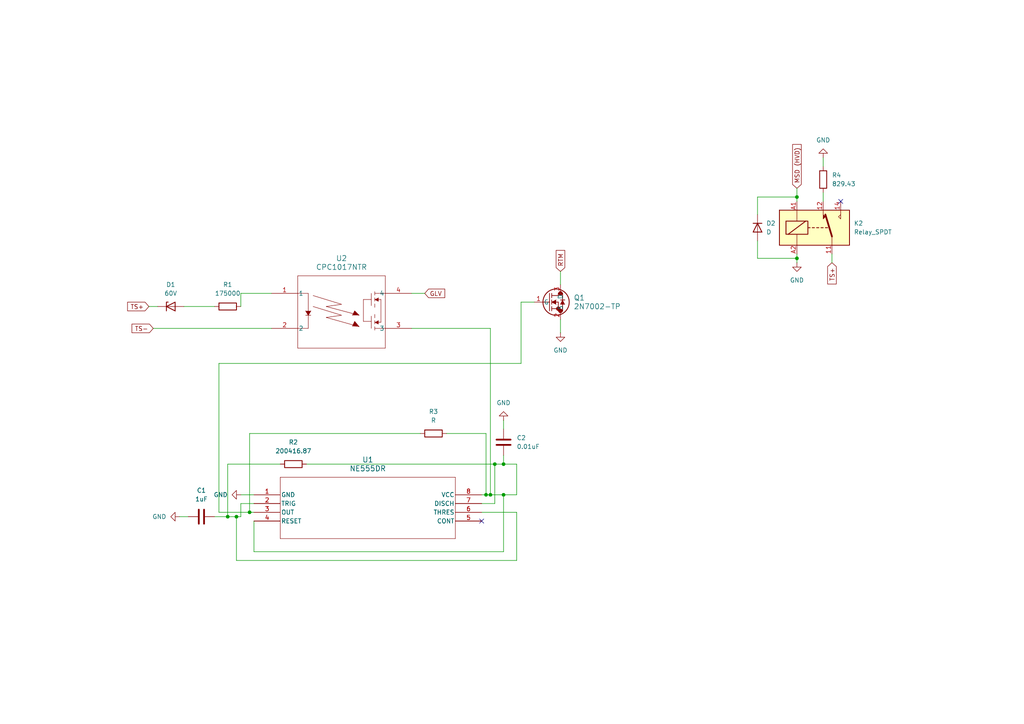
<source format=kicad_sch>
(kicad_sch (version 20231120) (generator "eeschema") (generator_version "8.0")
  (paper "A4")
  (lib_symbols
    (symbol "Device:C" (pin_numbers hide) (pin_names (offset 0.254))
      (property "Reference" "C" (at 0.635 2.54 0))
      (property "Value" "C" (at 0.635 -2.54 0))
      (symbol "C_0_1"
        (polyline (pts (xy -2.032 -0.762) (xy 2.032 -0.762)) (stroke (width 0.508)))
        (polyline (pts (xy -2.032 0.762) (xy 2.032 0.762)) (stroke (width 0.508)))
      )
      (symbol "C_1_1"
        (pin passive line (at 0 3.81 270) (length 2.794) (name "~") (number "1"))
        (pin passive line (at 0 -3.81 90) (length 2.794) (name "~") (number "2"))
      )
    )
    (symbol "Device:D" (pin_numbers hide) (pin_names (offset 1.016) hide)
      (property "Reference" "D" (at 0 2.54 0))
      (property "Value" "D" (at 0 -2.54 0))
      (symbol "D_0_1"
        (polyline (pts (xy -1.27 1.27) (xy -1.27 -1.27)) (stroke (width 0.254)))
        (polyline (pts (xy 1.27 0) (xy -1.27 0)))
        (polyline (pts (xy 1.27 1.27) (xy 1.27 -1.27) (xy -1.27 0) (xy 1.27 1.27)) (stroke (width 0.254)))
      )
      (symbol "D_1_1"
        (pin passive line (at -3.81 0 0) (length 2.54) (name "K") (number "1"))
        (pin passive line (at 3.81 0 180) (length 2.54) (name "A") (number "2"))
      )
    )
    (symbol "Device:D_Zener" (pin_numbers hide) (pin_names (offset 1.016) hide)
      (property "Reference" "D" (at 0 2.54 0))
      (property "Value" "D_Zener" (at 0 -2.54 0))
      (symbol "D_Zener_0_1"
        (polyline (pts (xy 1.27 0) (xy -1.27 0)))
        (polyline (pts (xy -1.27 -1.27) (xy -1.27 1.27) (xy -0.762 1.27)) (stroke (width 0.254)))
        (polyline (pts (xy 1.27 -1.27) (xy 1.27 1.27) (xy -1.27 0) (xy 1.27 -1.27)) (stroke (width 0.254)))
      )
      (symbol "D_Zener_1_1"
        (pin passive line (at -3.81 0 0) (length 2.54) (name "K") (number "1"))
        (pin passive line (at 3.81 0 180) (length 2.54) (name "A") (number "2"))
      )
    )
    (symbol "Device:R" (pin_numbers hide) (pin_names (offset 0))
      (property "Reference" "R" (at 2.032 0 90))
      (property "Value" "R" (at 0 0 90))
      (symbol "R_0_1"
        (rectangle (start -1.016 -2.54) (end 1.016 2.54) (stroke (width 0.254)))
      )
      (symbol "R_1_1"
        (pin passive line (at 0 3.81 270) (length 1.27) (name "~") (number "1"))
        (pin passive line (at 0 -3.81 90) (length 1.27) (name "~") (number "2"))
      )
    )
    (symbol "GND_1" (power) (pin_numbers hide) (pin_names (offset 0) hide)
      (property "Value" "GND" (at 0 -3.81 0))
      (symbol "GND_1_0_1"
        (polyline (pts (xy 0 0) (xy 0 -1.27) (xy 1.27 -1.27) (xy 0 -2.54) (xy -1.27 -1.27) (xy 0 -1.27)))
      )
      (symbol "GND_1_1_1"
        (pin power_in line (at 0 0 270) (length 0) (name "~") (number "1"))
      )
    )
    (symbol "GND_2" (power) (pin_numbers hide) (pin_names (offset 0) hide)
      (property "Value" "GND" (at 0 -3.81 0))
      (symbol "GND_2_0_1"
        (polyline (pts (xy 0 0) (xy 0 -1.27) (xy 1.27 -1.27) (xy 0 -2.54) (xy -1.27 -1.27) (xy 0 -1.27)))
      )
      (symbol "GND_2_1_1"
        (pin power_in line (at 0 0 270) (length 0) (name "~") (number "1"))
      )
    )
    (symbol "GND_3" (power) (pin_numbers hide) (pin_names (offset 0) hide)
      (property "Value" "GND" (at 0 -3.81 0))
      (symbol "GND_3_0_1"
        (polyline (pts (xy 0 0) (xy 0 -1.27) (xy 1.27 -1.27) (xy 0 -2.54) (xy -1.27 -1.27) (xy 0 -1.27)))
      )
      (symbol "GND_3_1_1"
        (pin power_in line (at 0 0 270) (length 0) (name "~") (number "1"))
      )
    )
    (symbol "GND_4" (power) (pin_numbers hide) (pin_names (offset 0) hide)
      (property "Value" "GND" (at 0 -3.81 0))
      (symbol "GND_4_0_1"
        (polyline (pts (xy 0 0) (xy 0 -1.27) (xy 1.27 -1.27) (xy 0 -2.54) (xy -1.27 -1.27) (xy 0 -1.27)))
      )
      (symbol "GND_4_1_1"
        (pin power_in line (at 0 0 270) (length 0) (name "~") (number "1"))
      )
    )
    (symbol "GND_6" (power) (pin_numbers hide) (pin_names (offset 0) hide)
      (property "Value" "GND" (at 0 -3.81 0))
      (symbol "GND_6_0_1"
        (polyline (pts (xy 0 0) (xy 0 -1.27) (xy 1.27 -1.27) (xy 0 -2.54) (xy -1.27 -1.27) (xy 0 -1.27)))
      )
      (symbol "GND_6_1_1"
        (pin power_in line (at 0 0 270) (length 0) (name "~") (number "1"))
      )
    )
    (symbol "GND_7" (power) (pin_numbers hide) (pin_names (offset 0) hide)
      (property "Value" "GND" (at 0 -3.81 0))
      (symbol "GND_7_0_1"
        (polyline (pts (xy 0 0) (xy 0 -1.27) (xy 1.27 -1.27) (xy 0 -2.54) (xy -1.27 -1.27) (xy 0 -1.27)))
      )
      (symbol "GND_7_1_1"
        (pin power_in line (at 0 0 270) (length 0) (name "~") (number "1"))
      )
    )
    (symbol "New_Library:CPC1017NTR" (pin_names (offset 0.254))
      (property "Reference" "U" (at 20.32 10.16 0))
      (property "Value" "CPC1017NTR" (at 20.32 7.62 0))
      (symbol "CPC1017NTR_0_1"
        (polyline (pts (xy 7.62 -15.875) (xy 33.02 -15.875)) (stroke (width 0.127)))
        (polyline (pts (xy 7.62 -10.16) (xy 10.668 -10.16)) (stroke (width 0.127)))
        (polyline (pts (xy 7.62 0) (xy 10.668 0)) (stroke (width 0.127)))
        (polyline (pts (xy 7.62 5.08) (xy 7.62 -15.875)) (stroke (width 0.127)))
        (polyline (pts (xy 9.906 -6.35) (xy 11.43 -6.35)) (stroke (width 0.127)))
        (polyline (pts (xy 10.668 0) (xy 10.668 -10.16)) (stroke (width 0.127)))
        (polyline (pts (xy 12.065 -3.81) (xy 20.32 -6.35)) (stroke (width 0.127)))
        (polyline (pts (xy 12.065 -0.635) (xy 20.32 -3.175)) (stroke (width 0.127)))
        (polyline (pts (xy 15.875 -6.985) (xy 25.4 -9.652)) (stroke (width 0.127)))
        (polyline (pts (xy 15.875 -3.81) (xy 25.4 -6.35)) (stroke (width 0.127)))
        (polyline (pts (xy 20.32 -6.35) (xy 15.875 -6.985)) (stroke (width 0.127)))
        (polyline (pts (xy 20.32 -3.175) (xy 15.875 -3.81)) (stroke (width 0.127)))
        (polyline (pts (xy 26.67 -8.128) (xy 28.956 -8.128)) (stroke (width 0.127)))
        (polyline (pts (xy 26.67 -1.778) (xy 26.67 -8.128)) (stroke (width 0.127)))
        (polyline (pts (xy 28.956 -6.604) (xy 28.956 -10.16)) (stroke (width 0.127)))
        (polyline (pts (xy 28.956 -1.778) (xy 26.67 -1.778)) (stroke (width 0.127)))
        (polyline (pts (xy 28.956 0) (xy 28.956 -3.556)) (stroke (width 0.127)))
        (polyline (pts (xy 29.972 -10.16) (xy 33.02 -10.16)) (stroke (width 0.127)))
        (polyline (pts (xy 29.972 -9.652) (xy 29.972 -10.668)) (stroke (width 0.127)))
        (polyline (pts (xy 29.972 -7.874) (xy 29.972 -8.89)) (stroke (width 0.127)))
        (polyline (pts (xy 29.972 -7.112) (xy 29.972 -6.096)) (stroke (width 0.127)))
        (polyline (pts (xy 29.972 -3.048) (xy 29.972 -4.064)) (stroke (width 0.127)))
        (polyline (pts (xy 29.972 -1.778) (xy 31.75 -1.778)) (stroke (width 0.127)))
        (polyline (pts (xy 29.972 -1.27) (xy 29.972 -2.286)) (stroke (width 0.127)))
        (polyline (pts (xy 29.972 0) (xy 33.02 0)) (stroke (width 0.127)))
        (polyline (pts (xy 29.972 0.508) (xy 29.972 -0.508)) (stroke (width 0.127)))
        (polyline (pts (xy 31.75 -8.382) (xy 29.972 -8.382)) (stroke (width 0.127)))
        (polyline (pts (xy 31.75 -1.778) (xy 31.75 -8.382)) (stroke (width 0.127)))
        (polyline (pts (xy 33.02 -15.875) (xy 33.02 5.08)) (stroke (width 0.127)))
        (polyline (pts (xy 33.02 5.08) (xy 7.62 5.08)) (stroke (width 0.127)))
        (polyline (pts (xy 9.906 -5.08) (xy 10.668 -6.35) (xy 11.43 -5.08)) (fill (type outline)))
        (polyline (pts (xy 25.4 -9.652) (xy 24.13 -8.128) (xy 23.495 -9.525)) (fill (type outline)))
        (polyline (pts (xy 25.4 -6.35) (xy 24.13 -5.08) (xy 23.495 -6.35)) (fill (type outline)))
        (polyline (pts (xy 29.972 -8.382) (xy 30.988 -8.89) (xy 30.988 -7.874)) (fill (type outline)))
        (polyline (pts (xy 29.972 -1.778) (xy 30.988 -2.286) (xy 30.988 -1.27)) (fill (type outline)))
        (pin unspecified line (at 0 0 0) (length 7.62) (name "1") (number "1"))
        (pin unspecified line (at 0 -10.16 0) (length 7.62) (name "2") (number "2"))
        (pin unspecified line (at 40.64 -10.16 180) (length 7.62) (name "3") (number "3"))
        (pin unspecified line (at 40.64 0 180) (length 7.62) (name "4") (number "4"))
      )
    )
    (symbol "New_Library:NE555DR" (pin_names (offset 0.254))
      (property "Reference" "U" (at 33.02 10.16 0))
      (property "Value" "NE555DR" (at 33.02 7.62 0))
      (symbol "NE555DR_0_1"
        (polyline (pts (xy 7.62 -12.7) (xy 58.42 -12.7)) (stroke (width 0.127)))
        (polyline (pts (xy 7.62 5.08) (xy 7.62 -12.7)) (stroke (width 0.127)))
        (polyline (pts (xy 58.42 -12.7) (xy 58.42 5.08)) (stroke (width 0.127)))
        (polyline (pts (xy 58.42 5.08) (xy 7.62 5.08)) (stroke (width 0.127)))
        (pin power_in line (at 0 0 0) (length 7.62) (name "GND") (number "1"))
        (pin input line (at 0 -2.54 0) (length 7.62) (name "TRIG") (number "2"))
        (pin output line (at 0 -5.08 0) (length 7.62) (name "OUT") (number "3"))
        (pin input line (at 0 -7.62 0) (length 7.62) (name "RESET") (number "4"))
        (pin unspecified line (at 66.04 -7.62 180) (length 7.62) (name "CONT") (number "5"))
        (pin input line (at 66.04 -5.08 180) (length 7.62) (name "THRES") (number "6"))
        (pin unspecified line (at 66.04 -2.54 180) (length 7.62) (name "DISCH") (number "7"))
        (pin power_in line (at 66.04 0 180) (length 7.62) (name "VCC") (number "8"))
      )
    )
    (symbol "New_Library_2:2N7002-TP" (pin_names (offset 0.254))
      (property "Reference" "Q" (at 11.43 1.905 0))
      (property "Value" "2N7002-TP" (at 11.43 -2.54 0))
      (symbol "2N7002-TP_0_1"
        (polyline (pts (xy 2.54 0) (xy 4.445 0)) (stroke (width 0.2032)))
        (polyline (pts (xy 4.445 -2.54) (xy 4.445 2.54)) (stroke (width 0.2032)))
        (polyline (pts (xy 5.08 -2.54) (xy 5.08 -1.27)) (stroke (width 0.2032)))
        (polyline (pts (xy 5.08 -1.905) (xy 6.985 -1.905)) (stroke (width 0.2032)))
        (polyline (pts (xy 5.08 -0.635) (xy 5.08 0.635)) (stroke (width 0.2032)))
        (polyline (pts (xy 5.08 1.27) (xy 5.08 2.54)) (stroke (width 0.2032)))
        (polyline (pts (xy 5.08 1.905) (xy 6.985 1.905)) (stroke (width 0.2032)))
        (polyline (pts (xy 6.35 0) (xy 6.985 0)) (stroke (width 0.2032)))
        (polyline (pts (xy 6.985 -2.54) (xy 6.985 0)) (stroke (width 0.2032)))
        (polyline (pts (xy 6.985 -2.54) (xy 8.255 -2.54)) (stroke (width 0.2032)))
        (polyline (pts (xy 6.985 1.905) (xy 6.985 2.54)) (stroke (width 0.2032)))
        (polyline (pts (xy 6.985 2.54) (xy 8.255 2.54)) (stroke (width 0.2032)))
        (polyline (pts (xy 8.255 -2.54) (xy 8.255 -0.635)) (stroke (width 0.2032)))
        (polyline (pts (xy 8.255 0.635) (xy 8.255 2.54)) (stroke (width 0.2032)))
        (polyline (pts (xy 8.89 0.635) (xy 7.62 0.635)) (stroke (width 0.2032)))
        (polyline (pts (xy 6.35 0.635) (xy 5.08 0) (xy 6.35 -0.635)) (fill (type outline)))
        (polyline (pts (xy 8.89 -0.635) (xy 7.62 -0.635) (xy 8.255 0.635)) (fill (type outline)))
        (circle (center 6.35 0) (radius 3.81) (stroke (width 0.254)))
        (circle (center 6.985 -1.905) (radius 0.127) (stroke (width 0.508)))
        (circle (center 7.62 -2.54) (radius 0.127) (stroke (width 0.508)))
        (circle (center 7.62 2.54) (radius 0.127) (stroke (width 0.508)))
        (pin unspecified line (at 0 0 0) (length 2.54) (name "G") (number "1"))
        (pin unspecified line (at 7.62 -5.08 90) (length 2.54) (name "S") (number "2"))
        (pin unspecified line (at 7.62 5.08 270) (length 2.54) (name "D") (number "3"))
      )
    )
    (symbol "Relay:Relay_SPDT"
      (property "Reference" "K" (at 11.43 3.81 0))
      (property "Value" "Relay_SPDT" (at 11.43 1.27 0))
      (symbol "Relay_SPDT_0_0"
        (polyline (pts (xy 7.62 5.08) (xy 7.62 2.54) (xy 6.985 3.175) (xy 7.62 3.81)))
      )
      (symbol "Relay_SPDT_0_1"
        (rectangle (start -10.16 5.08) (end 10.16 -5.08) (stroke (width 0.254)) (fill (type background)))
        (rectangle (start -8.255 1.905) (end -1.905 -1.905) (stroke (width 0.254)))
        (polyline (pts (xy -7.62 -1.905) (xy -2.54 1.905)) (stroke (width 0.254)))
        (polyline (pts (xy -5.08 -5.08) (xy -5.08 -1.905)))
        (polyline (pts (xy -5.08 5.08) (xy -5.08 1.905)))
        (polyline (pts (xy -1.905 0) (xy -1.27 0)) (stroke (width 0.254)))
        (polyline (pts (xy -0.635 0) (xy 0 0)) (stroke (width 0.254)))
        (polyline (pts (xy 0.635 0) (xy 1.27 0)) (stroke (width 0.254)))
        (polyline (pts (xy 1.905 0) (xy 2.54 0)) (stroke (width 0.254)))
        (polyline (pts (xy 3.175 0) (xy 3.81 0)) (stroke (width 0.254)))
        (polyline (pts (xy 5.08 -2.54) (xy 3.175 3.81)) (stroke (width 0.508)))
        (polyline (pts (xy 5.08 -2.54) (xy 5.08 -5.08)))
        (polyline (pts (xy 2.54 5.08) (xy 2.54 2.54) (xy 3.175 3.175) (xy 2.54 3.81)) (fill (type outline)))
      )
      (symbol "Relay_SPDT_1_1"
        (pin passive line (at 5.08 -7.62 90) (length 2.54) (name "~") (number "11"))
        (pin passive line (at 2.54 7.62 270) (length 2.54) (name "~") (number "12"))
        (pin passive line (at 7.62 7.62 270) (length 2.54) (name "~") (number "14"))
        (pin passive line (at -5.08 7.62 270) (length 2.54) (name "~") (number "A1"))
        (pin passive line (at -5.08 -7.62 90) (length 2.54) (name "~") (number "A2"))
      )
    )
  )
  (junction (at 68.58 149.86))
  (junction (at 146.05 143.51))
  (junction (at 66.04 149.86))
  (junction (at 142.24 143.51))
  (junction (at 140.97 143.51))
  (junction (at 72.39 148.59))
  (junction (at 231.14 57.15))
  (junction (at 146.05 134.62))
  (junction (at 231.14 74.93))
  (junction (at 143.51 134.62))
  (no_connect (at 139.7 151.13))
  (no_connect (at 243.84 58.42))
  (wire (pts (xy 119.38 95.25) (xy 142.24 95.25)))
  (wire (pts (xy 81.28 134.62) (xy 66.04 134.62)))
  (wire (pts (xy 63.5 148.59) (xy 63.5 105.41)))
  (wire (pts (xy 73.66 160.02) (xy 146.05 160.02)))
  (wire (pts (xy 72.39 148.59) (xy 72.39 125.73)))
  (wire (pts (xy 52.07 149.86) (xy 54.61 149.86)))
  (wire (pts (xy 146.05 132.08) (xy 146.05 134.62)))
  (wire (pts (xy 149.86 148.59) (xy 149.86 162.56)))
  (wire (pts (xy 140.97 143.51) (xy 142.24 143.51)))
  (wire (pts (xy 140.97 125.73) (xy 140.97 143.51)))
  (wire (pts (xy 219.71 57.15) (xy 231.14 57.15)))
  (wire (pts (xy 62.23 149.86) (xy 66.04 149.86)))
  (wire (pts (xy 231.14 54.61) (xy 231.14 57.15)))
  (wire (pts (xy 219.71 69.85) (xy 219.71 74.93)))
  (wire (pts (xy 69.85 85.09) (xy 78.74 85.09)))
  (wire (pts (xy 43.18 88.9) (xy 45.72 88.9)))
  (wire (pts (xy 68.58 162.56) (xy 68.58 149.86)))
  (wire (pts (xy 72.39 148.59) (xy 63.5 148.59)))
  (wire (pts (xy 139.7 148.59) (xy 149.86 148.59)))
  (wire (pts (xy 143.51 134.62) (xy 143.51 146.05)))
  (wire (pts (xy 72.39 125.73) (xy 121.92 125.73)))
  (wire (pts (xy 69.85 149.86) (xy 69.85 146.05)))
  (wire (pts (xy 231.14 57.15) (xy 231.14 58.42)))
  (wire (pts (xy 219.71 62.23) (xy 219.71 57.15)))
  (wire (pts (xy 149.86 143.51) (xy 146.05 143.51)))
  (wire (pts (xy 231.14 74.93) (xy 231.14 76.2)))
  (wire (pts (xy 53.34 88.9) (xy 62.23 88.9)))
  (wire (pts (xy 143.51 146.05) (xy 139.7 146.05)))
  (wire (pts (xy 219.71 74.93) (xy 231.14 74.93)))
  (wire (pts (xy 231.14 73.66) (xy 231.14 74.93)))
  (wire (pts (xy 139.7 143.51) (xy 140.97 143.51)))
  (wire (pts (xy 69.85 143.51) (xy 73.66 143.51)))
  (wire (pts (xy 63.5 105.41) (xy 151.13 105.41)))
  (wire (pts (xy 238.76 45.72) (xy 238.76 48.26)))
  (wire (pts (xy 238.76 55.88) (xy 238.76 58.42)))
  (wire (pts (xy 66.04 134.62) (xy 66.04 149.86)))
  (wire (pts (xy 129.54 125.73) (xy 140.97 125.73)))
  (wire (pts (xy 69.85 88.9) (xy 69.85 85.09)))
  (wire (pts (xy 241.3 73.66) (xy 241.3 76.2)))
  (wire (pts (xy 44.45 95.25) (xy 78.74 95.25)))
  (wire (pts (xy 68.58 149.86) (xy 69.85 149.86)))
  (wire (pts (xy 88.9 134.62) (xy 143.51 134.62)))
  (wire (pts (xy 162.56 92.71) (xy 162.56 96.52)))
  (wire (pts (xy 151.13 87.63) (xy 154.94 87.63)))
  (wire (pts (xy 143.51 134.62) (xy 146.05 134.62)))
  (wire (pts (xy 146.05 134.62) (xy 149.86 134.62)))
  (wire (pts (xy 151.13 105.41) (xy 151.13 87.63)))
  (wire (pts (xy 142.24 95.25) (xy 142.24 143.51)))
  (wire (pts (xy 142.24 143.51) (xy 146.05 143.51)))
  (wire (pts (xy 149.86 134.62) (xy 149.86 143.51)))
  (wire (pts (xy 69.85 146.05) (xy 73.66 146.05)))
  (wire (pts (xy 119.38 85.09) (xy 123.19 85.09)))
  (wire (pts (xy 149.86 162.56) (xy 68.58 162.56)))
  (wire (pts (xy 66.04 149.86) (xy 68.58 149.86)))
  (wire (pts (xy 73.66 151.13) (xy 73.66 160.02)))
  (wire (pts (xy 162.56 78.74) (xy 162.56 82.55)))
  (wire (pts (xy 146.05 121.92) (xy 146.05 124.46)))
  (wire (pts (xy 146.05 160.02) (xy 146.05 143.51)))
  (wire (pts (xy 73.66 148.59) (xy 72.39 148.59)))
  (global_label "RTM" (shape input) (at 162.56 78.74 90) (property "Intersheetrefs" "${INTERSHEET_REFS}" (effects (hide yes))))
  (global_label "TS+" (shape input) (at 43.18 88.9 180) (property "Intersheetrefs" "${INTERSHEET_REFS}" (effects (hide yes))))
  (global_label "GLV" (shape input) (at 123.19 85.09 0) (property "Intersheetrefs" "${INTERSHEET_REFS}" (effects (hide yes))))
  (global_label "TS+" (shape input) (at 241.3 76.2 270) (property "Intersheetrefs" "${INTERSHEET_REFS}" (effects (hide yes))))
  (global_label "MSD (HVD)" (shape input) (at 231.14 54.61 90) (property "Intersheetrefs" "${INTERSHEET_REFS}" (effects (hide yes))))
  (global_label "TS-" (shape input) (at 44.45 95.25 180) (property "Intersheetrefs" "${INTERSHEET_REFS}" (effects (hide yes))))
  (symbol (lib_id "Device:R") (at 66.04 88.9 90) (unit 1)
    (property "Reference" "R1" (at 66.04 82.55 90))
    (property "Value" "175000" (at 66.04 85.09 90))
  )
  (symbol (lib_name "GND_7") (lib_id "power:GND") (at 238.76 45.72 180) (unit 1)
    (property "Reference" "#PWR09" (effects (hide yes)))
    (property "Value" "GND" (at 238.76 40.64 0))
    (property "Description" "Power symbol creates a global label with name \"GND\" , ground" (effects (hide yes)))
  )
  (symbol (lib_id "Device:D") (at 219.71 66.04 270) (unit 1)
    (property "Reference" "D2" (at 222.25 64.7699 90) (effects (justify left)))
    (property "Value" "D" (at 222.25 67.3099 90) (effects (justify left)))
    (property "Footprint" "Diode_SMD:D_2010_5025Metric" (effects (hide yes)))
    (property "Description" "Diode" (effects (hide yes)))
    (property "Sim.Device" "D" (effects (hide yes)))
    (property "Sim.Pins" "1=K 2=A" (effects (hide yes)))
  )
  (symbol (lib_name "GND_1") (lib_id "power:GND") (at 69.85 143.51 270) (unit 1)
    (property "Reference" "#PWR02" (effects (hide yes)))
    (property "Value" "GND" (at 66.04 143.5099 90) (effects (justify right)))
    (property "Description" "Power symbol creates a global label with name \"GND\" , ground" (effects (hide yes)))
  )
  (symbol (lib_id "Device:C") (at 58.42 149.86 90) (unit 1)
    (property "Reference" "C1" (at 58.42 142.24 90))
    (property "Value" "1uF" (at 58.42 144.78 90))
    (property "Description" "Unpolarized capacitor" (effects (hide yes)))
  )
  (symbol (lib_id "New_Library_2:2N7002-TP") (at 154.94 87.63 0) (unit 1)
    (property "Reference" "Q1" (at 166.37 86.3599 0) (effects (font (size 1.524 1.524)) (justify left)))
    (property "Value" "2N7002-TP" (at 166.37 88.8999 0) (effects (font (size 1.524 1.524)) (justify left)))
    (property "Datasheet" "2N7002-TP" (effects (hide yes)))
  )
  (symbol (lib_id "New_Library:CPC1017NTR") (at 78.74 85.09 0) (unit 1)
    (property "Reference" "U2" (at 99.06 74.93 0) (effects (font (size 1.524 1.524))))
    (property "Value" "CPC1017NTR" (at 99.06 77.47 0) (effects (font (size 1.524 1.524))))
    (property "Footprint" "CPC1008N_IXY" (effects (hide yes)))
    (property "Datasheet" "CPC1017NTR" (effects (hide yes)))
  )
  (symbol (lib_name "GND_4") (lib_id "power:GND") (at 162.56 96.52 0) (unit 1)
    (property "Reference" "#PWR04" (effects (hide yes)))
    (property "Value" "GND" (at 162.56 101.6 0))
    (property "Description" "Power symbol creates a global label with name \"GND\" , ground" (effects (hide yes)))
  )
  (symbol (lib_name "GND_2") (lib_id "power:GND") (at 52.07 149.86 270) (unit 1)
    (property "Reference" "#PWR01" (effects (hide yes)))
    (property "Value" "GND" (at 48.26 149.8599 90) (effects (justify right)))
    (property "Description" "Power symbol creates a global label with name \"GND\" , ground" (effects (hide yes)))
  )
  (symbol (lib_id "Device:R") (at 125.73 125.73 90) (unit 1)
    (property "Reference" "R3" (at 125.73 119.38 90))
    (property "Value" "R" (at 125.73 121.92 90))
    (property "Description" "Resistor" (effects (hide yes)))
  )
  (symbol (lib_id "Device:R") (at 238.76 52.07 0) (unit 1)
    (property "Reference" "R4" (at 241.3 50.7999 0) (effects (justify left)))
    (property "Value" "829.43" (at 241.3 53.3399 0) (effects (justify left)))
    (property "Description" "Resistor" (effects (hide yes)))
  )
  (symbol (lib_id "Device:R") (at 85.09 134.62 90) (unit 1)
    (property "Reference" "R2" (at 85.09 128.27 90))
    (property "Value" "200416.87" (at 85.09 130.81 90))
    (property "Description" "Resistor" (effects (hide yes)))
  )
  (symbol (lib_id "New_Library:NE555DR") (at 73.66 143.51 0) (unit 1)
    (property "Reference" "U1" (at 106.68 133.35 0) (effects (font (size 1.524 1.524))))
    (property "Value" "NE555DR" (at 106.68 135.89 0) (effects (font (size 1.524 1.524))))
    (property "Footprint" "D8" (effects (hide yes)))
    (property "Datasheet" "NE555DR" (effects (hide yes)))
  )
  (symbol (lib_name "GND_6") (lib_id "power:GND") (at 231.14 76.2 0) (unit 1)
    (property "Reference" "#PWR06" (effects (hide yes)))
    (property "Value" "GND" (at 231.14 81.28 0))
    (property "Description" "Power symbol creates a global label with name \"GND\" , ground" (effects (hide yes)))
  )
  (symbol (lib_id "Device:D_Zener") (at 49.53 88.9 0) (unit 1)
    (property "Reference" "D1" (at 49.53 82.55 0))
    (property "Value" "60V" (at 49.53 85.09 0))
  )
  (symbol (lib_id "Device:C") (at 146.05 128.27 0) (unit 1)
    (property "Reference" "C2" (at 149.86 126.9999 0) (effects (justify left)))
    (property "Value" "0.01uF" (at 149.86 129.5399 0) (effects (justify left)))
    (property "Description" "Unpolarized capacitor" (effects (hide yes)))
  )
  (symbol (lib_name "GND_3") (lib_id "power:GND") (at 146.05 121.92 180) (unit 1)
    (property "Reference" "#PWR03" (effects (hide yes)))
    (property "Value" "GND" (at 146.05 116.84 0))
    (property "Description" "Power symbol creates a global label with name \"GND\" , ground" (effects (hide yes)))
  )
  (symbol (lib_id "Relay:Relay_SPDT") (at 236.22 66.04 0) (unit 1)
    (property "Reference" "K2" (at 247.65 64.7699 0) (effects (justify left)))
    (property "Value" "Relay_SPDT" (at 247.65 67.3099 0) (effects (justify left)))
    (property "Footprint" "Library:RELAY6_J1021CS312VDC.20_CRS" (effects (hide yes)))
    (property "Description" "Relay SPDT, monostable, EN50005" (effects (hide yes)))
  )
)
</source>
